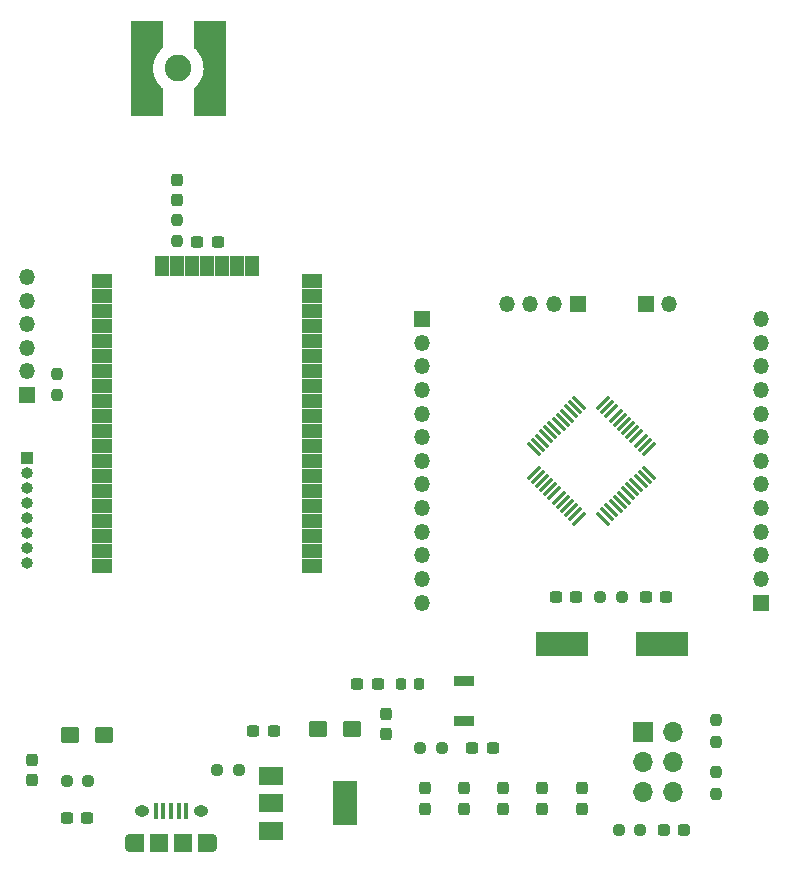
<source format=gbr>
%TF.GenerationSoftware,KiCad,Pcbnew,7.0.5*%
%TF.CreationDate,2024-05-26T12:51:26+03:00*%
%TF.ProjectId,LoRa_MuPr-VAF4751_L,4c6f5261-5f4d-4755-9072-2d5641463437,rev?*%
%TF.SameCoordinates,Original*%
%TF.FileFunction,Soldermask,Top*%
%TF.FilePolarity,Negative*%
%FSLAX46Y46*%
G04 Gerber Fmt 4.6, Leading zero omitted, Abs format (unit mm)*
G04 Created by KiCad (PCBNEW 7.0.5) date 2024-05-26 12:51:26*
%MOMM*%
%LPD*%
G01*
G04 APERTURE LIST*
G04 Aperture macros list*
%AMRoundRect*
0 Rectangle with rounded corners*
0 $1 Rounding radius*
0 $2 $3 $4 $5 $6 $7 $8 $9 X,Y pos of 4 corners*
0 Add a 4 corners polygon primitive as box body*
4,1,4,$2,$3,$4,$5,$6,$7,$8,$9,$2,$3,0*
0 Add four circle primitives for the rounded corners*
1,1,$1+$1,$2,$3*
1,1,$1+$1,$4,$5*
1,1,$1+$1,$6,$7*
1,1,$1+$1,$8,$9*
0 Add four rect primitives between the rounded corners*
20,1,$1+$1,$2,$3,$4,$5,0*
20,1,$1+$1,$4,$5,$6,$7,0*
20,1,$1+$1,$6,$7,$8,$9,0*
20,1,$1+$1,$8,$9,$2,$3,0*%
G04 Aperture macros list end*
%ADD10C,0.010000*%
%ADD11RoundRect,0.237500X0.237500X-0.250000X0.237500X0.250000X-0.237500X0.250000X-0.237500X-0.250000X0*%
%ADD12RoundRect,0.237500X-0.250000X-0.237500X0.250000X-0.237500X0.250000X0.237500X-0.250000X0.237500X0*%
%ADD13RoundRect,0.237500X-0.237500X0.250000X-0.237500X-0.250000X0.237500X-0.250000X0.237500X0.250000X0*%
%ADD14RoundRect,0.237500X0.237500X-0.300000X0.237500X0.300000X-0.237500X0.300000X-0.237500X-0.300000X0*%
%ADD15R,1.700000X1.700000*%
%ADD16O,1.700000X1.700000*%
%ADD17RoundRect,0.237500X-0.300000X-0.237500X0.300000X-0.237500X0.300000X0.237500X-0.300000X0.237500X0*%
%ADD18RoundRect,0.237500X0.300000X0.237500X-0.300000X0.237500X-0.300000X-0.237500X0.300000X-0.237500X0*%
%ADD19R,1.700000X0.900000*%
%ADD20RoundRect,0.250000X-0.537500X-0.425000X0.537500X-0.425000X0.537500X0.425000X-0.537500X0.425000X0*%
%ADD21R,4.500000X2.000000*%
%ADD22RoundRect,0.218750X0.218750X0.256250X-0.218750X0.256250X-0.218750X-0.256250X0.218750X-0.256250X0*%
%ADD23RoundRect,0.237500X-0.237500X0.287500X-0.237500X-0.287500X0.237500X-0.287500X0.237500X0.287500X0*%
%ADD24R,1.350000X1.350000*%
%ADD25O,1.350000X1.350000*%
%ADD26RoundRect,0.102000X-0.762000X-0.508000X0.762000X-0.508000X0.762000X0.508000X-0.762000X0.508000X0*%
%ADD27RoundRect,0.102000X0.508000X-0.762000X0.508000X0.762000X-0.508000X0.762000X-0.508000X-0.762000X0*%
%ADD28RoundRect,0.102000X0.762000X0.508000X-0.762000X0.508000X-0.762000X-0.508000X0.762000X-0.508000X0*%
%ADD29RoundRect,0.250000X0.537500X0.425000X-0.537500X0.425000X-0.537500X-0.425000X0.537500X-0.425000X0*%
%ADD30C,2.254000*%
%ADD31R,1.000000X1.000000*%
%ADD32O,1.000000X1.000000*%
%ADD33RoundRect,0.075000X-0.415425X-0.521491X0.521491X0.415425X0.415425X0.521491X-0.521491X-0.415425X0*%
%ADD34RoundRect,0.075000X0.415425X-0.521491X0.521491X-0.415425X-0.415425X0.521491X-0.521491X0.415425X0*%
%ADD35RoundRect,0.237500X0.287500X0.237500X-0.287500X0.237500X-0.287500X-0.237500X0.287500X-0.237500X0*%
%ADD36RoundRect,0.237500X-0.237500X0.300000X-0.237500X-0.300000X0.237500X-0.300000X0.237500X0.300000X0*%
%ADD37RoundRect,0.237500X0.250000X0.237500X-0.250000X0.237500X-0.250000X-0.237500X0.250000X-0.237500X0*%
%ADD38R,2.000000X1.500000*%
%ADD39R,2.000000X3.800000*%
%ADD40RoundRect,0.237500X0.237500X-0.287500X0.237500X0.287500X-0.237500X0.287500X-0.237500X-0.287500X0*%
%ADD41R,0.400000X1.350000*%
%ADD42O,0.890000X1.550000*%
%ADD43R,1.200000X1.550000*%
%ADD44O,1.250000X0.950000*%
%ADD45R,1.500000X1.550000*%
G04 APERTURE END LIST*
%TO.C,U5*%
D10*
X132310000Y-53280000D02*
X132265000Y-53319000D01*
X132214000Y-53366000D01*
X132165000Y-53414000D01*
X132117000Y-53463000D01*
X132070000Y-53514000D01*
X132025000Y-53566000D01*
X131981000Y-53620000D01*
X131939000Y-53675000D01*
X131899000Y-53730000D01*
X131860000Y-53788000D01*
X131823000Y-53846000D01*
X131788000Y-53905000D01*
X131754000Y-53965000D01*
X131722000Y-54026000D01*
X131692000Y-54088000D01*
X131664000Y-54151000D01*
X131638000Y-54215000D01*
X131613000Y-54280000D01*
X131590000Y-54345000D01*
X131570000Y-54411000D01*
X131551000Y-54477000D01*
X131534000Y-54544000D01*
X131519000Y-54611000D01*
X131506000Y-54679000D01*
X131495000Y-54747000D01*
X131486000Y-54815000D01*
X131479000Y-54884000D01*
X131474000Y-54953000D01*
X131471000Y-55022000D01*
X131470000Y-55100000D01*
X131474000Y-55176000D01*
X131479000Y-55240000D01*
X131486000Y-55304000D01*
X131494000Y-55368000D01*
X131505000Y-55431000D01*
X131517000Y-55494000D01*
X131532000Y-55557000D01*
X131548000Y-55619000D01*
X131566000Y-55681000D01*
X131585000Y-55742000D01*
X131607000Y-55803000D01*
X131630000Y-55863000D01*
X131655000Y-55922000D01*
X131682000Y-55981000D01*
X131710000Y-56038000D01*
X131740000Y-56095000D01*
X131772000Y-56151000D01*
X131805000Y-56206000D01*
X131840000Y-56260000D01*
X131876000Y-56313000D01*
X131914000Y-56365000D01*
X131954000Y-56416000D01*
X131995000Y-56466000D01*
X132037000Y-56514000D01*
X132081000Y-56561000D01*
X132126000Y-56607000D01*
X132172000Y-56652000D01*
X132220000Y-56695000D01*
X132269000Y-56737000D01*
X132310000Y-56770000D01*
X132310000Y-59030000D01*
X129670000Y-59030000D01*
X129670000Y-51070000D01*
X132310000Y-51070000D01*
X132310000Y-53280000D01*
G36*
X132310000Y-53280000D02*
G01*
X132265000Y-53319000D01*
X132214000Y-53366000D01*
X132165000Y-53414000D01*
X132117000Y-53463000D01*
X132070000Y-53514000D01*
X132025000Y-53566000D01*
X131981000Y-53620000D01*
X131939000Y-53675000D01*
X131899000Y-53730000D01*
X131860000Y-53788000D01*
X131823000Y-53846000D01*
X131788000Y-53905000D01*
X131754000Y-53965000D01*
X131722000Y-54026000D01*
X131692000Y-54088000D01*
X131664000Y-54151000D01*
X131638000Y-54215000D01*
X131613000Y-54280000D01*
X131590000Y-54345000D01*
X131570000Y-54411000D01*
X131551000Y-54477000D01*
X131534000Y-54544000D01*
X131519000Y-54611000D01*
X131506000Y-54679000D01*
X131495000Y-54747000D01*
X131486000Y-54815000D01*
X131479000Y-54884000D01*
X131474000Y-54953000D01*
X131471000Y-55022000D01*
X131470000Y-55100000D01*
X131474000Y-55176000D01*
X131479000Y-55240000D01*
X131486000Y-55304000D01*
X131494000Y-55368000D01*
X131505000Y-55431000D01*
X131517000Y-55494000D01*
X131532000Y-55557000D01*
X131548000Y-55619000D01*
X131566000Y-55681000D01*
X131585000Y-55742000D01*
X131607000Y-55803000D01*
X131630000Y-55863000D01*
X131655000Y-55922000D01*
X131682000Y-55981000D01*
X131710000Y-56038000D01*
X131740000Y-56095000D01*
X131772000Y-56151000D01*
X131805000Y-56206000D01*
X131840000Y-56260000D01*
X131876000Y-56313000D01*
X131914000Y-56365000D01*
X131954000Y-56416000D01*
X131995000Y-56466000D01*
X132037000Y-56514000D01*
X132081000Y-56561000D01*
X132126000Y-56607000D01*
X132172000Y-56652000D01*
X132220000Y-56695000D01*
X132269000Y-56737000D01*
X132310000Y-56770000D01*
X132310000Y-59030000D01*
X129670000Y-59030000D01*
X129670000Y-51070000D01*
X132310000Y-51070000D01*
X132310000Y-53280000D01*
G37*
X137630000Y-59030000D02*
X134990000Y-59030000D01*
X134990000Y-56770000D01*
X135041000Y-56727000D01*
X135091000Y-56683000D01*
X135139000Y-56638000D01*
X135186000Y-56592000D01*
X135231000Y-56544000D01*
X135275000Y-56495000D01*
X135317000Y-56445000D01*
X135358000Y-56393000D01*
X135398000Y-56340000D01*
X135436000Y-56287000D01*
X135472000Y-56232000D01*
X135507000Y-56176000D01*
X135540000Y-56119000D01*
X135571000Y-56061000D01*
X135601000Y-56002000D01*
X135629000Y-55942000D01*
X135655000Y-55882000D01*
X135680000Y-55821000D01*
X135703000Y-55759000D01*
X135724000Y-55697000D01*
X135743000Y-55634000D01*
X135760000Y-55570000D01*
X135775000Y-55506000D01*
X135789000Y-55441000D01*
X135800000Y-55377000D01*
X135810000Y-55311000D01*
X135818000Y-55246000D01*
X135824000Y-55180000D01*
X135828000Y-55115000D01*
X135830000Y-55050000D01*
X135829000Y-54998000D01*
X135826000Y-54931000D01*
X135821000Y-54864000D01*
X135814000Y-54797000D01*
X135806000Y-54730000D01*
X135795000Y-54663000D01*
X135782000Y-54597000D01*
X135768000Y-54531000D01*
X135751000Y-54466000D01*
X135733000Y-54401000D01*
X135712000Y-54337000D01*
X135690000Y-54273000D01*
X135666000Y-54210000D01*
X135640000Y-54148000D01*
X135613000Y-54086000D01*
X135583000Y-54025000D01*
X135552000Y-53966000D01*
X135520000Y-53907000D01*
X135485000Y-53849000D01*
X135449000Y-53792000D01*
X135411000Y-53736000D01*
X135371000Y-53682000D01*
X135330000Y-53628000D01*
X135288000Y-53576000D01*
X135244000Y-53525000D01*
X135198000Y-53475000D01*
X135151000Y-53427000D01*
X135103000Y-53380000D01*
X135053000Y-53334000D01*
X134990000Y-53280000D01*
X134990000Y-51070000D01*
X137630000Y-51070000D01*
X137630000Y-59030000D01*
G36*
X137630000Y-59030000D02*
G01*
X134990000Y-59030000D01*
X134990000Y-56770000D01*
X135041000Y-56727000D01*
X135091000Y-56683000D01*
X135139000Y-56638000D01*
X135186000Y-56592000D01*
X135231000Y-56544000D01*
X135275000Y-56495000D01*
X135317000Y-56445000D01*
X135358000Y-56393000D01*
X135398000Y-56340000D01*
X135436000Y-56287000D01*
X135472000Y-56232000D01*
X135507000Y-56176000D01*
X135540000Y-56119000D01*
X135571000Y-56061000D01*
X135601000Y-56002000D01*
X135629000Y-55942000D01*
X135655000Y-55882000D01*
X135680000Y-55821000D01*
X135703000Y-55759000D01*
X135724000Y-55697000D01*
X135743000Y-55634000D01*
X135760000Y-55570000D01*
X135775000Y-55506000D01*
X135789000Y-55441000D01*
X135800000Y-55377000D01*
X135810000Y-55311000D01*
X135818000Y-55246000D01*
X135824000Y-55180000D01*
X135828000Y-55115000D01*
X135830000Y-55050000D01*
X135829000Y-54998000D01*
X135826000Y-54931000D01*
X135821000Y-54864000D01*
X135814000Y-54797000D01*
X135806000Y-54730000D01*
X135795000Y-54663000D01*
X135782000Y-54597000D01*
X135768000Y-54531000D01*
X135751000Y-54466000D01*
X135733000Y-54401000D01*
X135712000Y-54337000D01*
X135690000Y-54273000D01*
X135666000Y-54210000D01*
X135640000Y-54148000D01*
X135613000Y-54086000D01*
X135583000Y-54025000D01*
X135552000Y-53966000D01*
X135520000Y-53907000D01*
X135485000Y-53849000D01*
X135449000Y-53792000D01*
X135411000Y-53736000D01*
X135371000Y-53682000D01*
X135330000Y-53628000D01*
X135288000Y-53576000D01*
X135244000Y-53525000D01*
X135198000Y-53475000D01*
X135151000Y-53427000D01*
X135103000Y-53380000D01*
X135053000Y-53334000D01*
X134990000Y-53280000D01*
X134990000Y-51070000D01*
X137630000Y-51070000D01*
X137630000Y-59030000D01*
G37*
%TD*%
D11*
%TO.C,R9*%
X133600000Y-69712500D03*
X133600000Y-67887500D03*
%TD*%
D12*
%TO.C,R3*%
X169402502Y-99849999D03*
X171227502Y-99849999D03*
%TD*%
D13*
%TO.C,R5*%
X179240000Y-110275000D03*
X179240000Y-112100000D03*
%TD*%
D14*
%TO.C,C11*%
X157882501Y-117762500D03*
X157882501Y-116037500D03*
%TD*%
%TO.C,C9*%
X167835001Y-117762500D03*
X167835001Y-116037500D03*
%TD*%
%TO.C,C12*%
X161200000Y-117762500D03*
X161200000Y-116037500D03*
%TD*%
D15*
%TO.C,J5*%
X173015000Y-111255000D03*
D16*
X175555000Y-111255000D03*
X173015000Y-113795000D03*
X175555000Y-113795000D03*
X173015000Y-116335000D03*
X175555000Y-116335000D03*
%TD*%
D17*
%TO.C,C15*%
X135287500Y-69750000D03*
X137012500Y-69750000D03*
%TD*%
D18*
%TO.C,C2*%
X141759999Y-111155001D03*
X140034999Y-111155001D03*
%TD*%
D19*
%TO.C,SW1*%
X157894227Y-106926605D03*
X157894227Y-110326605D03*
%TD*%
D20*
%TO.C,C4*%
X145519999Y-111015001D03*
X148394999Y-111015001D03*
%TD*%
D21*
%TO.C,Y1*%
X174650000Y-103800000D03*
X166150000Y-103800000D03*
%TD*%
D18*
%TO.C,C1*%
X125982499Y-118527501D03*
X124257499Y-118527501D03*
%TD*%
D22*
%TO.C,L1*%
X154100000Y-107200000D03*
X152525000Y-107200000D03*
%TD*%
D18*
%TO.C,C8*%
X174992501Y-99849999D03*
X173267501Y-99849999D03*
%TD*%
D23*
%TO.C,D1*%
X121329999Y-113615001D03*
X121329999Y-115365001D03*
%TD*%
D12*
%TO.C,R8*%
X170975000Y-119550000D03*
X172800000Y-119550000D03*
%TD*%
D17*
%TO.C,C5*%
X165637500Y-99850000D03*
X167362500Y-99850000D03*
%TD*%
D24*
%TO.C,J8*%
X173250000Y-75000000D03*
D25*
X175250000Y-75000000D03*
%TD*%
D24*
%TO.C,J7*%
X183000000Y-100299106D03*
D25*
X183000000Y-98299106D03*
X183000000Y-96299106D03*
X183000000Y-94299106D03*
X183000000Y-92299106D03*
X183000000Y-90299106D03*
X183000000Y-88299106D03*
X183000000Y-86299106D03*
X183000000Y-84299106D03*
X183000000Y-82299106D03*
X183000000Y-80299106D03*
X183000000Y-78299106D03*
X183000000Y-76299106D03*
%TD*%
D26*
%TO.C,U3*%
X145000000Y-97230000D03*
X145000000Y-95960000D03*
X145000000Y-94690000D03*
X145000000Y-93420000D03*
X145000000Y-92150000D03*
X145000000Y-90880000D03*
X145000000Y-89610000D03*
X145000000Y-88340000D03*
X145000000Y-87070000D03*
X145000000Y-85800000D03*
X145000000Y-84530000D03*
X145000000Y-83260000D03*
X145000000Y-81990000D03*
X145000000Y-80720000D03*
X145000000Y-79450000D03*
X145000000Y-78180000D03*
X145000000Y-76910000D03*
X145000000Y-75640000D03*
X145000000Y-74370000D03*
X145000000Y-73100000D03*
D27*
X139920000Y-71830000D03*
X138650000Y-71830000D03*
X137380000Y-71830000D03*
X136110000Y-71830000D03*
X134840000Y-71830000D03*
X133570000Y-71830000D03*
X132300000Y-71830000D03*
D28*
X127220000Y-73100000D03*
X127220000Y-74370000D03*
X127220000Y-75640000D03*
X127220000Y-76910000D03*
X127220000Y-78180000D03*
X127220000Y-79450000D03*
X127220000Y-80720000D03*
X127220000Y-81990000D03*
X127220000Y-83260000D03*
X127220000Y-84530000D03*
X127220000Y-85800000D03*
X127220000Y-87070000D03*
X127220000Y-88340000D03*
X127220000Y-89610000D03*
X127220000Y-90880000D03*
X127220000Y-92150000D03*
X127220000Y-93420000D03*
X127220000Y-94690000D03*
X127220000Y-95960000D03*
X127220000Y-97230000D03*
%TD*%
D29*
%TO.C,C3*%
X127404999Y-111517501D03*
X124529999Y-111517501D03*
%TD*%
D30*
%TO.C,U5*%
X133650000Y-55050000D03*
%TD*%
D18*
%TO.C,C7*%
X150562500Y-107200000D03*
X148837500Y-107200000D03*
%TD*%
D12*
%TO.C,R4*%
X137000000Y-114450000D03*
X138825000Y-114450000D03*
%TD*%
D31*
%TO.C,J1*%
X120859999Y-88060002D03*
D32*
X120859999Y-89330002D03*
X120859999Y-90600002D03*
X120859999Y-91870002D03*
X120859999Y-93140002D03*
X120859999Y-94410002D03*
X120859999Y-95680002D03*
X120859999Y-96950002D03*
%TD*%
D24*
%TO.C,J6*%
X154319230Y-76299106D03*
D25*
X154319230Y-78299106D03*
X154319230Y-80299106D03*
X154319230Y-82299106D03*
X154319230Y-84299106D03*
X154319230Y-86299106D03*
X154319230Y-88299106D03*
X154319230Y-90299106D03*
X154319230Y-92299106D03*
X154319230Y-94299106D03*
X154319230Y-96299106D03*
X154319230Y-98299106D03*
X154319230Y-100299106D03*
%TD*%
D17*
%TO.C,C14*%
X158574227Y-112599105D03*
X160299227Y-112599105D03*
%TD*%
D33*
%TO.C,U4*%
X163771739Y-89297894D03*
X164125293Y-89651448D03*
X164478846Y-90005001D03*
X164832400Y-90358555D03*
X165185953Y-90712108D03*
X165539506Y-91065661D03*
X165893060Y-91419215D03*
X166246613Y-91772768D03*
X166600166Y-92126321D03*
X166953720Y-92479875D03*
X167307273Y-92833428D03*
X167660827Y-93186982D03*
D34*
X169658403Y-93186982D03*
X170011957Y-92833428D03*
X170365510Y-92479875D03*
X170719064Y-92126321D03*
X171072617Y-91772768D03*
X171426170Y-91419215D03*
X171779724Y-91065661D03*
X172133277Y-90712108D03*
X172486830Y-90358555D03*
X172840384Y-90005001D03*
X173193937Y-89651448D03*
X173547491Y-89297894D03*
D33*
X173547491Y-87300318D03*
X173193937Y-86946764D03*
X172840384Y-86593211D03*
X172486830Y-86239657D03*
X172133277Y-85886104D03*
X171779724Y-85532551D03*
X171426170Y-85178997D03*
X171072617Y-84825444D03*
X170719064Y-84471891D03*
X170365510Y-84118337D03*
X170011957Y-83764784D03*
X169658403Y-83411230D03*
D34*
X167660827Y-83411230D03*
X167307273Y-83764784D03*
X166953720Y-84118337D03*
X166600166Y-84471891D03*
X166246613Y-84825444D03*
X165893060Y-85178997D03*
X165539506Y-85532551D03*
X165185953Y-85886104D03*
X164832400Y-86239657D03*
X164478846Y-86593211D03*
X164125293Y-86946764D03*
X163771739Y-87300318D03*
%TD*%
D35*
%TO.C,D2*%
X176550000Y-119550000D03*
X174800000Y-119550000D03*
%TD*%
D36*
%TO.C,C6*%
X151300000Y-109737500D03*
X151300000Y-111462500D03*
%TD*%
D13*
%TO.C,R6*%
X179240000Y-114662500D03*
X179240000Y-116487500D03*
%TD*%
%TO.C,R2*%
X123460001Y-80917499D03*
X123460001Y-82742499D03*
%TD*%
D14*
%TO.C,C13*%
X164517501Y-117762500D03*
X164517501Y-116037500D03*
%TD*%
D24*
%TO.C,J4*%
X167500000Y-75000000D03*
D25*
X165500000Y-75000000D03*
X163500000Y-75000000D03*
X161500000Y-75000000D03*
%TD*%
D37*
%TO.C,R7*%
X155999230Y-112599106D03*
X154174230Y-112599106D03*
%TD*%
D38*
%TO.C,U1*%
X141529999Y-115015001D03*
X141529999Y-117315001D03*
D39*
X147829999Y-117315001D03*
D38*
X141529999Y-119615001D03*
%TD*%
D37*
%TO.C,R1*%
X126054999Y-115397501D03*
X124229999Y-115397501D03*
%TD*%
D40*
%TO.C,L2*%
X133600000Y-66250000D03*
X133600000Y-64500000D03*
%TD*%
D14*
%TO.C,C10*%
X154565001Y-117762500D03*
X154565001Y-116037500D03*
%TD*%
D41*
%TO.C,U2*%
X131779999Y-117965001D03*
X132429999Y-117965001D03*
X133079999Y-117965001D03*
X133729999Y-117965001D03*
X134379999Y-117965001D03*
D42*
X129579999Y-120665001D03*
D43*
X130179999Y-120665001D03*
D44*
X130579999Y-117965001D03*
D45*
X132079999Y-120665001D03*
X134079999Y-120665001D03*
D44*
X135579999Y-117965001D03*
D43*
X135979999Y-120665001D03*
D42*
X136579999Y-120665001D03*
%TD*%
D24*
%TO.C,J2*%
X120860001Y-82729999D03*
D25*
X120860001Y-80729999D03*
X120860001Y-78729999D03*
X120860001Y-76729999D03*
X120860001Y-74729999D03*
X120860001Y-72729999D03*
%TD*%
M02*

</source>
